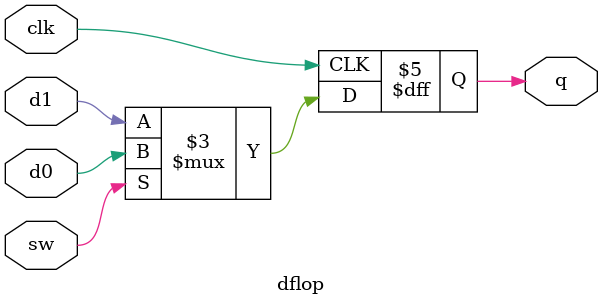
<source format=v>
module top_module (
	input [2:0] SW,      // R
	input [1:0] KEY,     // L and clk
    output [2:0] LEDR);  // Q
    
    dflop d1(.sw(KEY[1]), .d0(SW[0]), .d1(LEDR[2]), .clk(KEY[0]), .q(LEDR[0]));
    dflop d2(.sw(KEY[1]), .d0(SW[1]), .d1(LEDR[0]), .clk(KEY[0]), .q(LEDR[1]));
    dflop d3(.sw(KEY[1]), .d0(SW[2]), .d1(LEDR[1] ^ LEDR[2]), .clk(KEY[0]), .q(LEDR[2]));
endmodule

module dflop(input sw, input d0, input d1, input clk, output q);
    always @ (posedge clk) begin 
        if(sw)
            q <= d0;
        else 
            q <= d1;
    end
endmodule

</source>
